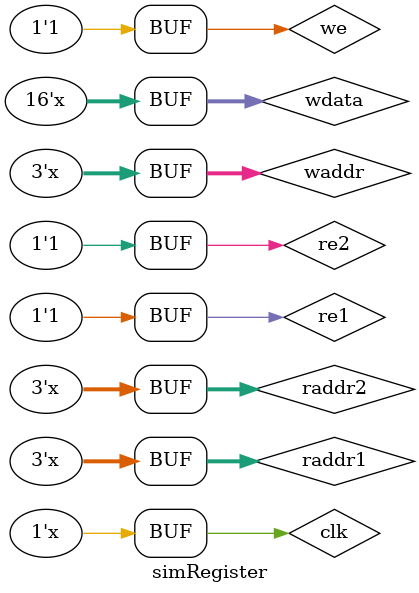
<source format=v>
`timescale 1ns / 1ps


module simRegister();
    reg clk;
    
    reg we;
    reg [2:0] waddr;
    reg [15:0] wdata;
    
    reg re1;
    reg [2:0] raddr1;
    wire [15:0] rdata1;

    reg re2;
    reg [2:0] raddr2;
    wire [15:0] rdata2;
    
    Register myregs(
        .clk(clk),
        .re1(re1),
        .raddr1(raddr1),
        .rdata1(rdata1),
        .re2(re2),
        .raddr2(raddr2),
        .rdata2(rdata2),        
        .we(we),
        .waddr(waddr),
        .wdata(wdata)
    );
    
    initial
    begin
        clk=1;
        
        we=1;
        re1=1;
        re2=1;
        
        #100
        we=0;
        waddr=3'b000;
        wdata=16'h4745;
        //we=1;
        
        #100
        we=0;
        waddr=3'b001;
        wdata=16'habcd;
        //we=1;
        
        #100
        we=0;
        waddr=3'b010;
        wdata=16'hffff;
        //we=1;
        
        #100
        we=0;
        waddr=3'b011;
        wdata=16'hfedc;        
        //we=1;
        
        #100
        we=1;
        waddr=3'bx;
        wdata=16'hx;
        
        #50
        re1=0;
        re2=0;
        raddr1=3'b000;
        raddr2=3'b001;
        //re1=1;
        //re2=1;
        
        #50
        re1=0;
        re2=0;
        raddr1=3'b010;
        raddr2=3'b011;
        //re1=1;
        //re2=1;
        
        #50
        re1=1;
        re2=1;
        raddr1=3'bx;
        raddr2=3'bx;
                
    end 
    always #50 clk=~clk;   
endmodule




























</source>
